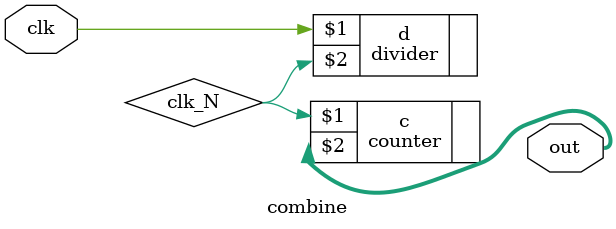
<source format=v>
`timescale 1ns / 1ps


module combine(clk,out);
input clk;
output [2:0]out;
wire clk_N;

    divider d(clk,clk_N);
    counter c(clk_N,out);

endmodule

</source>
